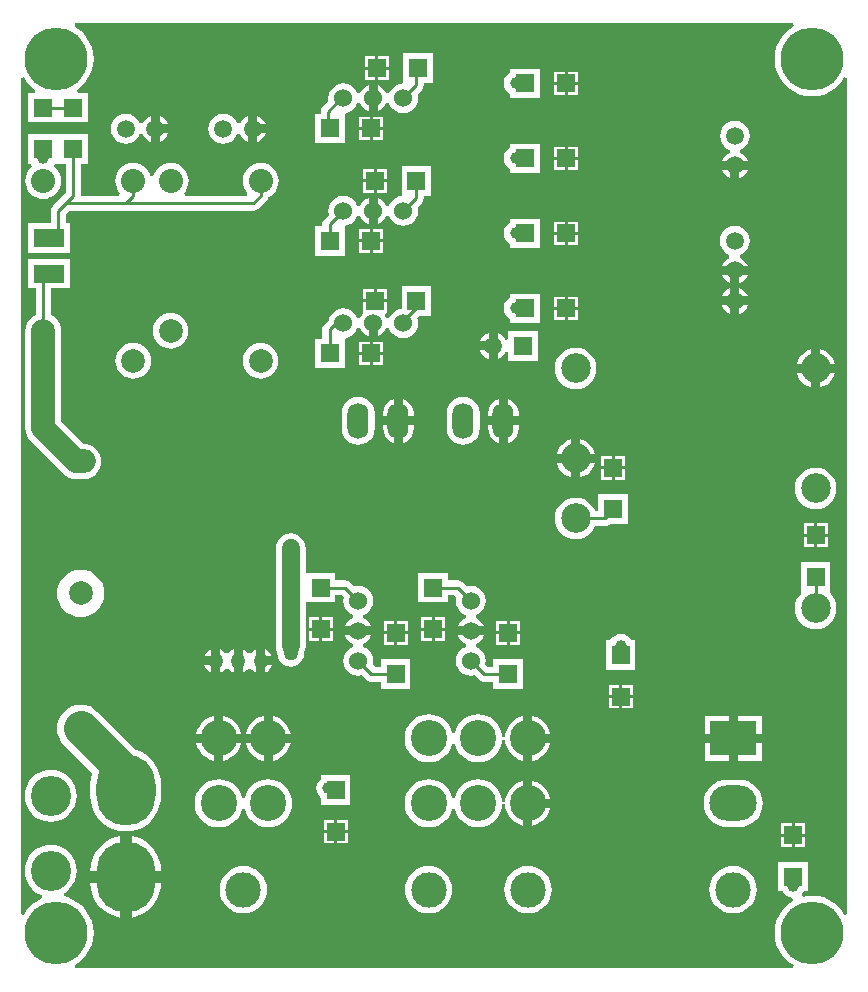
<source format=gbl>
G04 Layer_Physical_Order=2*
G04 Layer_Color=16711680*
%FSLAX25Y25*%
%MOIN*%
G70*
G01*
G75*
%ADD10R,0.05906X0.05906*%
%ADD11R,0.05906X0.05906*%
%ADD16R,0.10236X0.05906*%
%ADD17C,0.05906*%
%ADD18C,0.07874*%
%ADD19C,0.00984*%
%ADD21C,0.11811*%
%ADD23C,0.11811*%
%ADD24O,0.15748X0.11811*%
%ADD25R,0.15748X0.11811*%
%ADD26C,0.05906*%
%ADD27C,0.12000*%
%ADD28O,0.19685X0.23622*%
%ADD29C,0.13386*%
%ADD30O,0.07000X0.12000*%
%ADD31O,0.09843X0.07874*%
%ADD32C,0.07874*%
%ADD33C,0.08000*%
%ADD34C,0.06000*%
%ADD35C,0.09843*%
%ADD36C,0.20945*%
%ADD37C,0.05000*%
%ADD38C,0.03937*%
G36*
X257637Y313976D02*
X256444Y313246D01*
X254955Y311974D01*
X253683Y310485D01*
X252660Y308815D01*
X251911Y307006D01*
X251454Y305102D01*
X251300Y303150D01*
X251454Y301197D01*
X251911Y299293D01*
X252660Y297484D01*
X253683Y295814D01*
X254955Y294325D01*
X256444Y293054D01*
X258114Y292030D01*
X259923Y291281D01*
X261827Y290824D01*
X263779Y290670D01*
X265732Y290824D01*
X267636Y291281D01*
X269445Y292030D01*
X271115Y293054D01*
X272604Y294325D01*
X273876Y295814D01*
X274606Y297007D01*
X275590Y296729D01*
Y114173D01*
Y18231D01*
X274606Y17954D01*
X273876Y19146D01*
X272604Y20635D01*
X271115Y21907D01*
X269445Y22930D01*
X267636Y23680D01*
X265732Y24137D01*
X263779Y24290D01*
X261827Y24137D01*
X260910Y23917D01*
X260515Y24425D01*
X260395Y24805D01*
X260939Y25515D01*
X261011Y25689D01*
X262421D01*
Y35531D01*
X252579D01*
Y25689D01*
X253989D01*
X254061Y25515D01*
X254692Y24692D01*
X255515Y24061D01*
X256472Y23664D01*
X257259Y23561D01*
X257529Y22805D01*
X257538Y22577D01*
X256444Y21907D01*
X254955Y20635D01*
X253683Y19146D01*
X252660Y17477D01*
X251911Y15667D01*
X251454Y13763D01*
X251300Y11811D01*
X251454Y9859D01*
X251911Y7955D01*
X252660Y6146D01*
X253683Y4476D01*
X254955Y2987D01*
X256444Y1715D01*
X257637Y984D01*
X257359Y0D01*
X18231D01*
X17954Y984D01*
X19146Y1715D01*
X20635Y2987D01*
X21907Y4476D01*
X22930Y6146D01*
X23680Y7955D01*
X24137Y9859D01*
X24290Y11811D01*
X24137Y13763D01*
X23680Y15667D01*
X22930Y17477D01*
X21907Y19146D01*
X20635Y20635D01*
X19146Y21907D01*
X17477Y22930D01*
X15667Y23680D01*
X14489Y23963D01*
X14355Y25007D01*
X14835Y25264D01*
X16154Y26346D01*
X17236Y27665D01*
X18041Y29169D01*
X18536Y30802D01*
X18703Y32500D01*
X18536Y34198D01*
X18041Y35831D01*
X17236Y37335D01*
X16154Y38654D01*
X14835Y39737D01*
X13331Y40541D01*
X11698Y41036D01*
X10000Y41203D01*
X8302Y41036D01*
X6669Y40541D01*
X5165Y39737D01*
X3846Y38654D01*
X2763Y37335D01*
X1959Y35831D01*
X1464Y34198D01*
X1297Y32500D01*
X1464Y30802D01*
X1959Y29169D01*
X2763Y27665D01*
X3846Y26346D01*
X5165Y25264D01*
X6669Y24459D01*
X7013Y24355D01*
X7064Y23311D01*
X6146Y22930D01*
X4476Y21907D01*
X2987Y20635D01*
X1715Y19146D01*
X984Y17954D01*
X0Y18231D01*
Y188976D01*
Y296729D01*
X984Y297007D01*
X1715Y295814D01*
X2987Y294325D01*
X4476Y293054D01*
X4897Y292795D01*
X4620Y291811D01*
X2579D01*
Y281968D01*
X12421D01*
Y281968D01*
X12579D01*
Y281968D01*
X22421D01*
Y291811D01*
X19002D01*
X18725Y292795D01*
X19146Y293054D01*
X20635Y294325D01*
X21907Y295814D01*
X22930Y297484D01*
X23680Y299293D01*
X24137Y301197D01*
X24290Y303150D01*
X24137Y305102D01*
X23680Y307006D01*
X22930Y308815D01*
X21907Y310485D01*
X20635Y311974D01*
X19146Y313246D01*
X17954Y313976D01*
X18231Y314961D01*
X257359D01*
X257637Y313976D01*
D02*
G37*
%LPC*%
G36*
X122610Y304019D02*
X119157D01*
Y300566D01*
X122610D01*
Y304019D01*
D02*
G37*
G36*
X118157D02*
X114704D01*
Y300566D01*
X118157D01*
Y304019D01*
D02*
G37*
G36*
X122610Y299566D02*
X119157D01*
Y296114D01*
X122610D01*
Y299566D01*
D02*
G37*
G36*
X118157D02*
X114704D01*
Y296114D01*
X118157D01*
Y299566D01*
D02*
G37*
G36*
X185843Y298953D02*
X182390D01*
Y295500D01*
X185843D01*
Y298953D01*
D02*
G37*
G36*
X181390D02*
X177937D01*
Y295500D01*
X181390D01*
Y298953D01*
D02*
G37*
G36*
X137358Y304988D02*
X127515D01*
Y295957D01*
X127502Y295142D01*
X126634Y294897D01*
X126203Y294841D01*
X124994Y294340D01*
X123956Y293544D01*
X123160Y292506D01*
X122820Y291684D01*
X121754D01*
X121496Y292307D01*
X120763Y293263D01*
X119807Y293996D01*
X118976Y294340D01*
Y290000D01*
Y285660D01*
X119807Y286004D01*
X120763Y286737D01*
X121496Y287693D01*
X121754Y288316D01*
X122820D01*
X123160Y287494D01*
X123956Y286456D01*
X124994Y285660D01*
X126203Y285159D01*
X127500Y284989D01*
X128797Y285159D01*
X130006Y285660D01*
X131044Y286456D01*
X131840Y287494D01*
X132341Y288703D01*
X132511Y290000D01*
X132341Y291293D01*
X133664Y292616D01*
X134208Y293430D01*
X134399Y294390D01*
Y295145D01*
X137358D01*
Y304988D01*
D02*
G37*
G36*
X185843Y294500D02*
X182390D01*
Y291047D01*
X185843D01*
Y294500D01*
D02*
G37*
G36*
X181390D02*
X177937D01*
Y291047D01*
X181390D01*
Y294500D01*
D02*
G37*
G36*
X173031Y299921D02*
X163189D01*
Y298511D01*
X163014Y298439D01*
X162192Y297808D01*
X161561Y296986D01*
X161164Y296028D01*
X161029Y295000D01*
X161164Y293972D01*
X161561Y293015D01*
X162192Y292192D01*
X163014Y291561D01*
X163189Y291489D01*
Y290079D01*
X173031D01*
Y299921D01*
D02*
G37*
G36*
X107500Y295011D02*
X106203Y294841D01*
X104994Y294340D01*
X103956Y293544D01*
X103160Y292506D01*
X102659Y291297D01*
X102489Y290000D01*
X102588Y289246D01*
X100726Y287384D01*
X100182Y286570D01*
X99991Y285610D01*
Y284921D01*
X98189D01*
Y275079D01*
X108031D01*
Y284190D01*
X108031Y284921D01*
X108797Y285159D01*
X110006Y285660D01*
X111044Y286456D01*
X111840Y287494D01*
X112180Y288316D01*
X113246D01*
X113504Y287693D01*
X114237Y286737D01*
X115193Y286004D01*
X116024Y285660D01*
Y290000D01*
Y294340D01*
X115193Y293996D01*
X114237Y293263D01*
X113504Y292307D01*
X113246Y291684D01*
X112180D01*
X111840Y292506D01*
X111044Y293544D01*
X110006Y294340D01*
X108797Y294841D01*
X107500Y295011D01*
D02*
G37*
G36*
X78819Y284189D02*
Y281376D01*
X81632D01*
X81297Y282183D01*
X80572Y283129D01*
X79626Y283855D01*
X78819Y284189D01*
D02*
G37*
G36*
X46319D02*
Y281376D01*
X49132D01*
X48797Y282183D01*
X48072Y283129D01*
X47126Y283855D01*
X46319Y284189D01*
D02*
G37*
G36*
X120843Y283953D02*
X117390D01*
Y280500D01*
X120843D01*
Y283953D01*
D02*
G37*
G36*
X116390D02*
X112937D01*
Y280500D01*
X116390D01*
Y283953D01*
D02*
G37*
G36*
X120843Y279500D02*
X117390D01*
Y276047D01*
X120843D01*
Y279500D01*
D02*
G37*
G36*
X116390D02*
X112937D01*
Y276047D01*
X116390D01*
Y279500D01*
D02*
G37*
G36*
X81632Y278424D02*
X78819D01*
Y275611D01*
X79626Y275945D01*
X80572Y276671D01*
X81297Y277617D01*
X81632Y278424D01*
D02*
G37*
G36*
X67500Y284864D02*
X66215Y284695D01*
X65018Y284199D01*
X63990Y283410D01*
X63201Y282382D01*
X62705Y281185D01*
X62536Y279900D01*
X62705Y278615D01*
X63201Y277418D01*
X63990Y276390D01*
X65018Y275601D01*
X66215Y275105D01*
X67500Y274936D01*
X68785Y275105D01*
X69982Y275601D01*
X71010Y276390D01*
X71799Y277418D01*
X72102Y278150D01*
X73167D01*
X73388Y277617D01*
X74113Y276671D01*
X75059Y275945D01*
X75866Y275611D01*
Y279900D01*
Y284189D01*
X75059Y283855D01*
X74113Y283129D01*
X73388Y282183D01*
X73167Y281650D01*
X72102D01*
X71799Y282382D01*
X71010Y283410D01*
X69982Y284199D01*
X68785Y284695D01*
X67500Y284864D01*
D02*
G37*
G36*
X49132Y278424D02*
X46319D01*
Y275611D01*
X47126Y275945D01*
X48072Y276671D01*
X48797Y277617D01*
X49132Y278424D01*
D02*
G37*
G36*
X35000Y284864D02*
X33715Y284695D01*
X32518Y284199D01*
X31490Y283410D01*
X30701Y282382D01*
X30205Y281185D01*
X30036Y279900D01*
X30205Y278615D01*
X30701Y277418D01*
X31490Y276390D01*
X32518Y275601D01*
X33715Y275105D01*
X35000Y274936D01*
X36285Y275105D01*
X37482Y275601D01*
X38510Y276390D01*
X39299Y277418D01*
X39602Y278150D01*
X40667D01*
X40888Y277617D01*
X41613Y276671D01*
X42559Y275945D01*
X43366Y275611D01*
Y279900D01*
Y284189D01*
X42559Y283855D01*
X41613Y283129D01*
X40888Y282183D01*
X40667Y281650D01*
X39602D01*
X39299Y282382D01*
X38510Y283410D01*
X37482Y284199D01*
X36285Y284695D01*
X35000Y284864D01*
D02*
G37*
G36*
X185843Y273953D02*
X182390D01*
Y270500D01*
X185843D01*
Y273953D01*
D02*
G37*
G36*
X181390D02*
X177937D01*
Y270500D01*
X181390D01*
Y273953D01*
D02*
G37*
G36*
X238071Y282464D02*
X236786Y282295D01*
X235589Y281799D01*
X234561Y281010D01*
X233772Y279982D01*
X233276Y278785D01*
X233107Y277500D01*
X233276Y276215D01*
X233772Y275018D01*
X234561Y273990D01*
X235589Y273201D01*
X236320Y272898D01*
Y271833D01*
X235788Y271612D01*
X234842Y270887D01*
X234116Y269941D01*
X233782Y269134D01*
X238071D01*
X242360D01*
X242026Y269941D01*
X241300Y270887D01*
X240354Y271612D01*
X239821Y271833D01*
Y272898D01*
X240553Y273201D01*
X241581Y273990D01*
X242370Y275018D01*
X242865Y276215D01*
X243035Y277500D01*
X242865Y278785D01*
X242370Y279982D01*
X241581Y281010D01*
X240553Y281799D01*
X239356Y282295D01*
X238071Y282464D01*
D02*
G37*
G36*
X185843Y269500D02*
X182390D01*
Y266047D01*
X185843D01*
Y269500D01*
D02*
G37*
G36*
X181390D02*
X177937D01*
Y266047D01*
X181390D01*
Y269500D01*
D02*
G37*
G36*
X173031Y274921D02*
X163189D01*
Y273511D01*
X163014Y273439D01*
X162192Y272808D01*
X161561Y271986D01*
X161164Y271028D01*
X161029Y270000D01*
X161164Y268972D01*
X161561Y268015D01*
X162192Y267192D01*
X163014Y266561D01*
X163189Y266489D01*
Y265079D01*
X173031D01*
Y274921D01*
D02*
G37*
G36*
X242360Y266181D02*
X239547D01*
Y263368D01*
X240354Y263703D01*
X241300Y264428D01*
X242026Y265374D01*
X242360Y266181D01*
D02*
G37*
G36*
X236595D02*
X233782D01*
X234116Y265374D01*
X234842Y264428D01*
X235788Y263703D01*
X236595Y263368D01*
Y266181D01*
D02*
G37*
G36*
X122063Y266453D02*
X118610D01*
Y263000D01*
X122063D01*
Y266453D01*
D02*
G37*
G36*
X117610D02*
X114157D01*
Y263000D01*
X117610D01*
Y266453D01*
D02*
G37*
G36*
X122063Y262000D02*
X118610D01*
Y258547D01*
X122063D01*
Y262000D01*
D02*
G37*
G36*
X117610D02*
X114157D01*
Y258547D01*
X117610D01*
Y262000D01*
D02*
G37*
G36*
X136811Y267421D02*
X126969D01*
Y258310D01*
X126969Y257579D01*
X126203Y257341D01*
X124994Y256840D01*
X123956Y256044D01*
X123160Y255006D01*
X122820Y254184D01*
X121754D01*
X121496Y254807D01*
X120763Y255763D01*
X119807Y256496D01*
X118976Y256840D01*
Y252500D01*
Y248160D01*
X119807Y248504D01*
X120763Y249237D01*
X121496Y250193D01*
X121754Y250816D01*
X122820D01*
X123160Y249994D01*
X123956Y248956D01*
X124994Y248160D01*
X126203Y247659D01*
X127500Y247489D01*
X128797Y247659D01*
X130006Y248160D01*
X131044Y248956D01*
X131840Y249994D01*
X132341Y251203D01*
X132511Y252500D01*
X132341Y253793D01*
X133664Y255116D01*
X134208Y255930D01*
X134399Y256890D01*
Y257579D01*
X136811D01*
Y267421D01*
D02*
G37*
G36*
X107500Y257511D02*
X106203Y257341D01*
X104994Y256840D01*
X103956Y256044D01*
X103160Y255006D01*
X102659Y253797D01*
X102489Y252500D01*
X102659Y251207D01*
X101336Y249884D01*
X100792Y249070D01*
X100601Y248110D01*
Y247421D01*
X98189D01*
Y237579D01*
X108031D01*
Y246690D01*
X108031Y247421D01*
X108797Y247659D01*
X110006Y248160D01*
X111044Y248956D01*
X111840Y249994D01*
X112180Y250816D01*
X113246D01*
X113504Y250193D01*
X114237Y249237D01*
X115193Y248504D01*
X116024Y248160D01*
Y252500D01*
Y256840D01*
X115193Y256496D01*
X114237Y255763D01*
X113504Y254807D01*
X113246Y254184D01*
X112180D01*
X111840Y255006D01*
X111044Y256044D01*
X110006Y256840D01*
X108797Y257341D01*
X107500Y257511D01*
D02*
G37*
G36*
X185843Y248953D02*
X182390D01*
Y245500D01*
X185843D01*
Y248953D01*
D02*
G37*
G36*
X181390D02*
X177937D01*
Y245500D01*
X181390D01*
Y248953D01*
D02*
G37*
G36*
X120843Y246453D02*
X117390D01*
Y243000D01*
X120843D01*
Y246453D01*
D02*
G37*
G36*
X116390D02*
X112937D01*
Y243000D01*
X116390D01*
Y246453D01*
D02*
G37*
G36*
X185843Y244500D02*
X182390D01*
Y241047D01*
X185843D01*
Y244500D01*
D02*
G37*
G36*
X181390D02*
X177937D01*
Y241047D01*
X181390D01*
Y244500D01*
D02*
G37*
G36*
X173031Y249921D02*
X163189D01*
Y248511D01*
X163014Y248439D01*
X162192Y247808D01*
X161561Y246986D01*
X161164Y246028D01*
X161029Y245000D01*
X161164Y243972D01*
X161561Y243015D01*
X162192Y242192D01*
X163014Y241561D01*
X163189Y241489D01*
Y240079D01*
X173031D01*
Y249921D01*
D02*
G37*
G36*
X120843Y242000D02*
X117390D01*
Y238547D01*
X120843D01*
Y242000D01*
D02*
G37*
G36*
X116390D02*
X112937D01*
Y238547D01*
X116390D01*
Y242000D01*
D02*
G37*
G36*
X12579Y278031D02*
X11594Y278031D01*
X2579D01*
Y268189D01*
X3472D01*
X3824Y267205D01*
X3259Y266741D01*
X2513Y265832D01*
X1959Y264795D01*
X1618Y263670D01*
X1503Y262500D01*
X1618Y261330D01*
X1959Y260205D01*
X2513Y259168D01*
X3259Y258259D01*
X4168Y257513D01*
X5205Y256959D01*
X6330Y256618D01*
X7500Y256503D01*
X8670Y256618D01*
X9795Y256959D01*
X10832Y257513D01*
X11741Y258259D01*
X12487Y259168D01*
X13041Y260205D01*
X13382Y261330D01*
X13497Y262500D01*
X13382Y263670D01*
X13041Y264795D01*
X12487Y265832D01*
X11741Y266741D01*
X11175Y267205D01*
X11528Y268189D01*
X12421Y268189D01*
X13406Y268189D01*
X14991D01*
Y258539D01*
X13226Y256774D01*
X10726Y254274D01*
X10182Y253460D01*
X9991Y252500D01*
Y248327D01*
X2413D01*
Y238484D01*
X16587D01*
Y248327D01*
X15009D01*
Y251461D01*
X16039Y252491D01*
X77500D01*
X78460Y252682D01*
X79274Y253226D01*
X81774Y255726D01*
X82318Y256540D01*
X82414Y257023D01*
X83332Y257513D01*
X84241Y258259D01*
X84987Y259168D01*
X85541Y260205D01*
X85882Y261330D01*
X85997Y262500D01*
X85882Y263670D01*
X85541Y264795D01*
X84987Y265832D01*
X84241Y266741D01*
X83332Y267487D01*
X82295Y268041D01*
X81170Y268382D01*
X80000Y268497D01*
X78830Y268382D01*
X77705Y268041D01*
X76668Y267487D01*
X75759Y266741D01*
X75013Y265832D01*
X74459Y264795D01*
X74118Y263670D01*
X74003Y262500D01*
X74118Y261330D01*
X74459Y260205D01*
X75013Y259168D01*
X75567Y258493D01*
X75305Y257718D01*
X75129Y257509D01*
X54871D01*
X54695Y257718D01*
X54433Y258493D01*
X54987Y259168D01*
X55541Y260205D01*
X55882Y261330D01*
X55997Y262500D01*
X55882Y263670D01*
X55541Y264795D01*
X54987Y265832D01*
X54241Y266741D01*
X53332Y267487D01*
X52295Y268041D01*
X51170Y268382D01*
X50000Y268497D01*
X48830Y268382D01*
X47705Y268041D01*
X46668Y267487D01*
X45759Y266741D01*
X45013Y265832D01*
X44459Y264795D01*
X44264Y264153D01*
X43236D01*
X43041Y264795D01*
X42487Y265832D01*
X41741Y266741D01*
X40832Y267487D01*
X39795Y268041D01*
X38670Y268382D01*
X37500Y268497D01*
X36330Y268382D01*
X35205Y268041D01*
X34168Y267487D01*
X33259Y266741D01*
X32513Y265832D01*
X31959Y264795D01*
X31618Y263670D01*
X31503Y262500D01*
X31618Y261330D01*
X31959Y260205D01*
X32513Y259168D01*
X33067Y258493D01*
X32805Y257718D01*
X32629Y257509D01*
X20009D01*
Y268189D01*
X22421D01*
Y278031D01*
X13406D01*
X12579Y278031D01*
D02*
G37*
G36*
X238000Y247464D02*
X236715Y247295D01*
X235518Y246799D01*
X234490Y246010D01*
X233701Y244982D01*
X233205Y243785D01*
X233036Y242500D01*
X233205Y241215D01*
X233701Y240018D01*
X234490Y238990D01*
X235518Y238201D01*
X236249Y237898D01*
Y236833D01*
X235717Y236612D01*
X234771Y235887D01*
X234045Y234941D01*
X233711Y234134D01*
X238000D01*
X242289D01*
X241955Y234941D01*
X241229Y235887D01*
X240283Y236612D01*
X239751Y236833D01*
Y237898D01*
X240482Y238201D01*
X241510Y238990D01*
X242299Y240018D01*
X242795Y241215D01*
X242964Y242500D01*
X242795Y243785D01*
X242299Y244982D01*
X241510Y246010D01*
X240482Y246799D01*
X239285Y247295D01*
X238000Y247464D01*
D02*
G37*
G36*
X242289Y231181D02*
X239476D01*
Y228368D01*
X240283Y228703D01*
X241229Y229428D01*
X241955Y230374D01*
X242289Y231181D01*
D02*
G37*
G36*
X236524D02*
X233711D01*
X234045Y230374D01*
X234771Y229428D01*
X235717Y228703D01*
X236524Y228368D01*
Y231181D01*
D02*
G37*
G36*
X239476Y226789D02*
Y223976D01*
X242289D01*
X241955Y224783D01*
X241229Y225729D01*
X240283Y226455D01*
X239476Y226789D01*
D02*
G37*
G36*
X236524Y226789D02*
X235717Y226455D01*
X234771Y225729D01*
X234045Y224783D01*
X233711Y223976D01*
X236524D01*
Y226789D01*
D02*
G37*
G36*
X122063Y226453D02*
X118610D01*
Y223000D01*
X122063D01*
Y226453D01*
D02*
G37*
G36*
X117610D02*
X114157D01*
Y223000D01*
X117610D01*
Y226453D01*
D02*
G37*
G36*
X185843Y223953D02*
X182390D01*
Y220500D01*
X185843D01*
Y223953D01*
D02*
G37*
G36*
X181390D02*
X177937D01*
Y220500D01*
X181390D01*
Y223953D01*
D02*
G37*
G36*
X242289Y221024D02*
X239476D01*
Y218211D01*
X240283Y218545D01*
X241229Y219271D01*
X241955Y220217D01*
X242289Y221024D01*
D02*
G37*
G36*
X236524D02*
X233711D01*
X234045Y220217D01*
X234771Y219271D01*
X235717Y218545D01*
X236524Y218211D01*
Y221024D01*
D02*
G37*
G36*
X136811Y227421D02*
X126969D01*
Y219941D01*
X126203Y219841D01*
X124994Y219340D01*
X123956Y218544D01*
X123160Y217506D01*
X122820Y216684D01*
X121754D01*
X121496Y217307D01*
X121300Y217563D01*
X121785Y218547D01*
X122063D01*
Y222000D01*
X114157D01*
Y218547D01*
X114157Y218547D01*
X113811Y217707D01*
X113504Y217307D01*
X113246Y216684D01*
X112180D01*
X111840Y217506D01*
X111044Y218544D01*
X110006Y219340D01*
X108797Y219841D01*
X107500Y220011D01*
X106203Y219841D01*
X104994Y219340D01*
X103956Y218544D01*
X103160Y217506D01*
X102659Y216297D01*
X102646Y216194D01*
X101336Y214884D01*
X100792Y214070D01*
X100601Y213110D01*
Y209921D01*
X98189D01*
Y200079D01*
X108031D01*
Y209190D01*
X108031Y209921D01*
X108797Y210159D01*
X110006Y210660D01*
X111044Y211456D01*
X111840Y212494D01*
X112180Y213316D01*
X113246D01*
X113504Y212693D01*
X114237Y211737D01*
X115193Y211004D01*
X116024Y210660D01*
Y215000D01*
X118976D01*
Y210660D01*
X119807Y211004D01*
X120763Y211737D01*
X121496Y212693D01*
X121754Y213316D01*
X122820D01*
X123160Y212494D01*
X123956Y211456D01*
X124994Y210660D01*
X126203Y210159D01*
X127500Y209989D01*
X128797Y210159D01*
X130006Y210660D01*
X131044Y211456D01*
X131840Y212494D01*
X132341Y213703D01*
X132511Y215000D01*
X132341Y216297D01*
X132163Y216725D01*
X133017Y217579D01*
X136811D01*
Y227421D01*
D02*
G37*
G36*
X185843Y219500D02*
X182390D01*
Y216047D01*
X185843D01*
Y219500D01*
D02*
G37*
G36*
X181390D02*
X177937D01*
Y216047D01*
X181390D01*
Y219500D01*
D02*
G37*
G36*
X173031Y224921D02*
X163189D01*
Y223511D01*
X163014Y223439D01*
X162192Y222808D01*
X161561Y221986D01*
X161164Y221028D01*
X161029Y220000D01*
X161164Y218972D01*
X161561Y218015D01*
X162192Y217192D01*
X163014Y216561D01*
X163189Y216489D01*
Y215079D01*
X173031D01*
Y224921D01*
D02*
G37*
G36*
X172421Y212421D02*
X162579D01*
Y209642D01*
X161594Y209446D01*
X161455Y209783D01*
X160729Y210729D01*
X159783Y211455D01*
X158976Y211789D01*
Y207500D01*
Y203211D01*
X159783Y203545D01*
X160729Y204271D01*
X161455Y205217D01*
X161594Y205554D01*
X162579Y205358D01*
Y202579D01*
X172421D01*
Y212421D01*
D02*
G37*
G36*
X156024Y211789D02*
X155217Y211455D01*
X154271Y210729D01*
X153545Y209783D01*
X153211Y208976D01*
X156024D01*
Y211789D01*
D02*
G37*
G36*
X50000Y218434D02*
X48842Y218320D01*
X47729Y217982D01*
X46703Y217434D01*
X45804Y216696D01*
X45066Y215797D01*
X44518Y214771D01*
X44180Y213658D01*
X44066Y212500D01*
X44180Y211342D01*
X44518Y210229D01*
X45066Y209203D01*
X45804Y208304D01*
X46703Y207566D01*
X47729Y207018D01*
X48842Y206680D01*
X50000Y206566D01*
X51158Y206680D01*
X52271Y207018D01*
X53297Y207566D01*
X54196Y208304D01*
X54934Y209203D01*
X55482Y210229D01*
X55820Y211342D01*
X55934Y212500D01*
X55820Y213658D01*
X55482Y214771D01*
X54934Y215797D01*
X54196Y216696D01*
X53297Y217434D01*
X52271Y217982D01*
X51158Y218320D01*
X50000Y218434D01*
D02*
G37*
G36*
X120843Y208953D02*
X117390D01*
Y205500D01*
X120843D01*
Y208953D01*
D02*
G37*
G36*
X116390D02*
X112937D01*
Y205500D01*
X116390D01*
Y208953D01*
D02*
G37*
G36*
X156024Y206024D02*
X153211D01*
X153545Y205217D01*
X154271Y204271D01*
X155217Y203545D01*
X156024Y203211D01*
Y206024D01*
D02*
G37*
G36*
X266476Y206341D02*
Y201476D01*
X271340D01*
X271031Y202498D01*
X270427Y203626D01*
X269616Y204616D01*
X268626Y205427D01*
X267498Y206031D01*
X266476Y206341D01*
D02*
G37*
G36*
X263524Y206341D02*
X262502Y206031D01*
X261373Y205427D01*
X260384Y204616D01*
X259573Y203626D01*
X258969Y202498D01*
X258660Y201476D01*
X263524D01*
Y206341D01*
D02*
G37*
G36*
X120843Y204500D02*
X117390D01*
Y201047D01*
X120843D01*
Y204500D01*
D02*
G37*
G36*
X116390D02*
X112937D01*
Y201047D01*
X116390D01*
Y204500D01*
D02*
G37*
G36*
X80000Y208434D02*
X78842Y208320D01*
X77729Y207982D01*
X76703Y207434D01*
X75804Y206696D01*
X75066Y205797D01*
X74518Y204771D01*
X74180Y203658D01*
X74066Y202500D01*
X74180Y201342D01*
X74518Y200229D01*
X75066Y199203D01*
X75804Y198304D01*
X76703Y197566D01*
X77729Y197018D01*
X78842Y196680D01*
X80000Y196566D01*
X81158Y196680D01*
X82271Y197018D01*
X83297Y197566D01*
X84196Y198304D01*
X84934Y199203D01*
X85482Y200229D01*
X85820Y201342D01*
X85934Y202500D01*
X85820Y203658D01*
X85482Y204771D01*
X84934Y205797D01*
X84196Y206696D01*
X83297Y207434D01*
X82271Y207982D01*
X81158Y208320D01*
X80000Y208434D01*
D02*
G37*
G36*
X37500D02*
X36342Y208320D01*
X35229Y207982D01*
X34203Y207434D01*
X33304Y206696D01*
X32566Y205797D01*
X32018Y204771D01*
X31680Y203658D01*
X31566Y202500D01*
X31680Y201342D01*
X32018Y200229D01*
X32566Y199203D01*
X33304Y198304D01*
X34203Y197566D01*
X35229Y197018D01*
X36342Y196680D01*
X37500Y196566D01*
X38658Y196680D01*
X39771Y197018D01*
X40797Y197566D01*
X41696Y198304D01*
X42434Y199203D01*
X42982Y200229D01*
X43320Y201342D01*
X43434Y202500D01*
X43320Y203658D01*
X42982Y204771D01*
X42434Y205797D01*
X41696Y206696D01*
X40797Y207434D01*
X39771Y207982D01*
X38658Y208320D01*
X37500Y208434D01*
D02*
G37*
G36*
X271340Y198524D02*
X266476D01*
Y193659D01*
X267498Y193969D01*
X268626Y194573D01*
X269616Y195384D01*
X270427Y196373D01*
X271031Y197502D01*
X271340Y198524D01*
D02*
G37*
G36*
X263524D02*
X258660D01*
X258969Y197502D01*
X259573Y196373D01*
X260384Y195384D01*
X261373Y194573D01*
X262502Y193969D01*
X263524Y193659D01*
Y198524D01*
D02*
G37*
G36*
X185000Y206923D02*
X183649Y206790D01*
X182351Y206396D01*
X181154Y205756D01*
X180105Y204895D01*
X179244Y203846D01*
X178604Y202649D01*
X178210Y201351D01*
X178077Y200000D01*
X178210Y198649D01*
X178604Y197351D01*
X179244Y196154D01*
X180105Y195105D01*
X181154Y194244D01*
X182351Y193604D01*
X183649Y193210D01*
X185000Y193077D01*
X186351Y193210D01*
X187649Y193604D01*
X188846Y194244D01*
X189895Y195105D01*
X190756Y196154D01*
X191396Y197351D01*
X191790Y198649D01*
X191923Y200000D01*
X191790Y201351D01*
X191396Y202649D01*
X190756Y203846D01*
X189895Y204895D01*
X188846Y205756D01*
X187649Y206396D01*
X186351Y206790D01*
X185000Y206923D01*
D02*
G37*
G36*
X162362Y189881D02*
Y183976D01*
X166004D01*
Y185000D01*
X165830Y186325D01*
X165319Y187559D01*
X164505Y188619D01*
X163445Y189433D01*
X162362Y189881D01*
D02*
G37*
G36*
X159409D02*
X158326Y189433D01*
X157266Y188619D01*
X156453Y187559D01*
X155942Y186325D01*
X155767Y185000D01*
Y183976D01*
X159409D01*
Y189881D01*
D02*
G37*
G36*
X127362D02*
Y183976D01*
X131004D01*
Y185000D01*
X130830Y186325D01*
X130319Y187559D01*
X129505Y188619D01*
X128445Y189433D01*
X127362Y189881D01*
D02*
G37*
G36*
X124409D02*
X123327Y189433D01*
X122266Y188619D01*
X121453Y187559D01*
X120942Y186325D01*
X120767Y185000D01*
Y183976D01*
X124409D01*
Y189881D01*
D02*
G37*
G36*
X166004Y181024D02*
X162362D01*
Y175119D01*
X163445Y175567D01*
X164505Y176381D01*
X165319Y177441D01*
X165830Y178675D01*
X166004Y180000D01*
Y181024D01*
D02*
G37*
G36*
X159409D02*
X155767D01*
Y180000D01*
X155942Y178675D01*
X156453Y177441D01*
X157266Y176381D01*
X158326Y175567D01*
X159409Y175119D01*
Y181024D01*
D02*
G37*
G36*
X131004D02*
X127362D01*
Y175119D01*
X128445Y175567D01*
X129505Y176381D01*
X130319Y177441D01*
X130830Y178675D01*
X131004Y180000D01*
Y181024D01*
D02*
G37*
G36*
X124409D02*
X120767D01*
Y180000D01*
X120942Y178675D01*
X121453Y177441D01*
X122266Y176381D01*
X123327Y175567D01*
X124409Y175119D01*
Y181024D01*
D02*
G37*
G36*
X147500Y190516D02*
X146072Y190328D01*
X144742Y189777D01*
X143600Y188900D01*
X142723Y187758D01*
X142172Y186428D01*
X141984Y185000D01*
Y180000D01*
X142172Y178572D01*
X142723Y177242D01*
X143600Y176100D01*
X144742Y175223D01*
X146072Y174672D01*
X147500Y174484D01*
X148928Y174672D01*
X150258Y175223D01*
X151400Y176100D01*
X152277Y177242D01*
X152828Y178572D01*
X153016Y180000D01*
Y185000D01*
X152828Y186428D01*
X152277Y187758D01*
X151400Y188900D01*
X150258Y189777D01*
X148928Y190328D01*
X147500Y190516D01*
D02*
G37*
G36*
X112500D02*
X111072Y190328D01*
X109742Y189777D01*
X108600Y188900D01*
X107723Y187758D01*
X107172Y186428D01*
X106984Y185000D01*
Y180000D01*
X107172Y178572D01*
X107723Y177242D01*
X108600Y176100D01*
X109742Y175223D01*
X111072Y174672D01*
X112500Y174484D01*
X113928Y174672D01*
X115258Y175223D01*
X116400Y176100D01*
X117277Y177242D01*
X117828Y178572D01*
X118016Y180000D01*
Y185000D01*
X117828Y186428D01*
X117277Y187758D01*
X116400Y188900D01*
X115258Y189777D01*
X113928Y190328D01*
X112500Y190516D01*
D02*
G37*
G36*
X186476Y176340D02*
Y171476D01*
X191340D01*
X191031Y172498D01*
X190427Y173626D01*
X189616Y174616D01*
X188627Y175427D01*
X187498Y176031D01*
X186476Y176340D01*
D02*
G37*
G36*
X183524Y176340D02*
X182502Y176031D01*
X181374Y175427D01*
X180384Y174616D01*
X179573Y173626D01*
X178969Y172498D01*
X178659Y171476D01*
X183524D01*
Y176340D01*
D02*
G37*
G36*
X201453Y170843D02*
X198000D01*
Y167390D01*
X201453D01*
Y170843D01*
D02*
G37*
G36*
X197000D02*
X193547D01*
Y167390D01*
X197000D01*
Y170843D01*
D02*
G37*
G36*
X191340Y168524D02*
X186476D01*
Y163660D01*
X187498Y163969D01*
X188627Y164573D01*
X189616Y165384D01*
X190427Y166374D01*
X191031Y167502D01*
X191340Y168524D01*
D02*
G37*
G36*
X183524D02*
X178659D01*
X178969Y167502D01*
X179573Y166374D01*
X180384Y165384D01*
X181374Y164573D01*
X182502Y163969D01*
X183524Y163660D01*
Y168524D01*
D02*
G37*
G36*
X16587Y236516D02*
X2413D01*
Y226673D01*
X4991D01*
Y217855D01*
X4203Y217434D01*
X3304Y216696D01*
X2566Y215797D01*
X2018Y214771D01*
X1680Y213658D01*
X1566Y212500D01*
Y180000D01*
X1680Y178842D01*
X2018Y177729D01*
X2566Y176703D01*
X3304Y175804D01*
X14328Y164780D01*
X15227Y164042D01*
X16253Y163494D01*
X17366Y163156D01*
X18524Y163042D01*
X20984D01*
X22142Y163156D01*
X23255Y163494D01*
X24281Y164042D01*
X25180Y164780D01*
X25918Y165680D01*
X26467Y166706D01*
X26804Y167819D01*
X26918Y168976D01*
X26804Y170134D01*
X26467Y171247D01*
X25918Y172273D01*
X25180Y173172D01*
X24281Y173910D01*
X23255Y174459D01*
X22142Y174796D01*
X20984Y174910D01*
X20982D01*
X13434Y182458D01*
Y212500D01*
X13320Y213658D01*
X12982Y214771D01*
X12434Y215797D01*
X11696Y216696D01*
X10797Y217434D01*
X10009Y217855D01*
Y226673D01*
X16587D01*
Y236516D01*
D02*
G37*
G36*
X201453Y166390D02*
X198000D01*
Y162937D01*
X201453D01*
Y166390D01*
D02*
G37*
G36*
X197000D02*
X193547D01*
Y162937D01*
X197000D01*
Y166390D01*
D02*
G37*
G36*
X265000Y166923D02*
X263649Y166790D01*
X262351Y166396D01*
X261154Y165756D01*
X260105Y164895D01*
X259244Y163846D01*
X258604Y162649D01*
X258210Y161351D01*
X258077Y160000D01*
X258210Y158649D01*
X258604Y157351D01*
X259244Y156154D01*
X260105Y155105D01*
X261154Y154244D01*
X262351Y153604D01*
X263649Y153210D01*
X265000Y153077D01*
X266351Y153210D01*
X267649Y153604D01*
X268846Y154244D01*
X269895Y155105D01*
X270756Y156154D01*
X271396Y157351D01*
X271790Y158649D01*
X271923Y160000D01*
X271790Y161351D01*
X271396Y162649D01*
X270756Y163846D01*
X269895Y164895D01*
X268846Y165756D01*
X267649Y166396D01*
X266351Y166790D01*
X265000Y166923D01*
D02*
G37*
G36*
X202421Y158031D02*
X192579D01*
Y153551D01*
X192491Y153110D01*
Y152509D01*
X191439D01*
X191396Y152649D01*
X190756Y153846D01*
X189895Y154895D01*
X188846Y155756D01*
X187649Y156396D01*
X186351Y156790D01*
X185000Y156923D01*
X183649Y156790D01*
X182351Y156396D01*
X181154Y155756D01*
X180105Y154895D01*
X179244Y153846D01*
X178604Y152649D01*
X178210Y151351D01*
X178077Y150000D01*
X178210Y148649D01*
X178604Y147351D01*
X179244Y146154D01*
X180105Y145105D01*
X181154Y144244D01*
X182351Y143604D01*
X183649Y143210D01*
X185000Y143077D01*
X186351Y143210D01*
X187649Y143604D01*
X188846Y144244D01*
X189895Y145105D01*
X190756Y146154D01*
X191396Y147351D01*
X191439Y147491D01*
X195000D01*
X195960Y147682D01*
X196719Y148189D01*
X202421D01*
Y158031D01*
D02*
G37*
G36*
X268953Y148343D02*
X265500D01*
Y144890D01*
X268953D01*
Y148343D01*
D02*
G37*
G36*
X264500D02*
X261047D01*
Y144890D01*
X264500D01*
Y148343D01*
D02*
G37*
G36*
X268953Y143890D02*
X265500D01*
Y140437D01*
X268953D01*
Y143890D01*
D02*
G37*
G36*
X264500D02*
X261047D01*
Y140437D01*
X264500D01*
Y143890D01*
D02*
G37*
G36*
X20000Y132912D02*
X18456Y132760D01*
X16972Y132310D01*
X15604Y131579D01*
X14405Y130595D01*
X13421Y129396D01*
X12690Y128028D01*
X12240Y126544D01*
X12088Y125000D01*
X12240Y123456D01*
X12690Y121972D01*
X13421Y120604D01*
X14405Y119405D01*
X15604Y118421D01*
X16972Y117690D01*
X18456Y117240D01*
X20000Y117088D01*
X21544Y117240D01*
X23028Y117690D01*
X24396Y118421D01*
X25595Y119405D01*
X26579Y120604D01*
X27310Y121972D01*
X27760Y123456D01*
X27912Y125000D01*
X27760Y126544D01*
X27310Y128028D01*
X26579Y129396D01*
X25595Y130595D01*
X24396Y131579D01*
X23028Y132310D01*
X21544Y132760D01*
X20000Y132912D01*
D02*
G37*
G36*
X142421Y131811D02*
X132579D01*
Y121968D01*
X142421D01*
Y124381D01*
X144448D01*
X145138Y123631D01*
X144989Y122500D01*
X145159Y121203D01*
X145660Y119994D01*
X146456Y118956D01*
X147494Y118160D01*
X148316Y117820D01*
Y116754D01*
X147693Y116496D01*
X146737Y115763D01*
X146004Y114807D01*
X145660Y113976D01*
X150000D01*
X154340D01*
X153996Y114807D01*
X153263Y115763D01*
X152307Y116496D01*
X151684Y116754D01*
Y117820D01*
X152506Y118160D01*
X153544Y118956D01*
X154340Y119994D01*
X154841Y121203D01*
X155011Y122500D01*
X154841Y123797D01*
X154340Y125006D01*
X153544Y126044D01*
X152506Y126840D01*
X151297Y127341D01*
X150000Y127511D01*
X148707Y127341D01*
X147384Y128664D01*
X146570Y129208D01*
X145610Y129399D01*
X142421D01*
Y131811D01*
D02*
G37*
G36*
X90000Y144964D02*
X88715Y144795D01*
X87518Y144299D01*
X86490Y143510D01*
X85701Y142482D01*
X85205Y141285D01*
X85036Y140000D01*
Y107500D01*
X85205Y106215D01*
X85545Y105395D01*
X85493Y105000D01*
X85646Y103833D01*
X86097Y102746D01*
X86813Y101813D01*
X87747Y101097D01*
X88833Y100646D01*
X90000Y100493D01*
X91167Y100646D01*
X92254Y101097D01*
X93187Y101813D01*
X93903Y102746D01*
X94353Y103833D01*
X94507Y105000D01*
X94455Y105395D01*
X94795Y106215D01*
X94964Y107500D01*
Y121032D01*
X95079Y121968D01*
X95948Y121968D01*
X104921D01*
Y124381D01*
X106948D01*
X107638Y123631D01*
X107489Y122500D01*
X107659Y121203D01*
X108160Y119994D01*
X108956Y118956D01*
X109994Y118160D01*
X110816Y117820D01*
Y116754D01*
X110193Y116496D01*
X109237Y115763D01*
X108504Y114807D01*
X108160Y113976D01*
X112500D01*
X116840D01*
X116496Y114807D01*
X115763Y115763D01*
X114807Y116496D01*
X114184Y116754D01*
Y117820D01*
X115006Y118160D01*
X116044Y118956D01*
X116840Y119994D01*
X117341Y121203D01*
X117511Y122500D01*
X117341Y123797D01*
X116840Y125006D01*
X116044Y126044D01*
X115006Y126840D01*
X113797Y127341D01*
X112500Y127511D01*
X111207Y127341D01*
X109884Y128664D01*
X109070Y129208D01*
X108110Y129399D01*
X104921D01*
Y131811D01*
X95948D01*
X95079Y131811D01*
X94964Y132748D01*
Y140000D01*
X94795Y141285D01*
X94299Y142482D01*
X93510Y143510D01*
X92482Y144299D01*
X91285Y144795D01*
X90000Y144964D01*
D02*
G37*
G36*
X141453Y117063D02*
X138000D01*
Y113610D01*
X141453D01*
Y117063D01*
D02*
G37*
G36*
X103953D02*
X100500D01*
Y113610D01*
X103953D01*
Y117063D01*
D02*
G37*
G36*
X137000D02*
X133547D01*
Y113610D01*
X137000D01*
Y117063D01*
D02*
G37*
G36*
X99500D02*
X96047D01*
Y113610D01*
X99500D01*
Y117063D01*
D02*
G37*
G36*
X269921Y135531D02*
X260079D01*
Y125689D01*
X260079Y125689D01*
X259981Y124745D01*
X259244Y123846D01*
X258604Y122649D01*
X258210Y121351D01*
X258077Y120000D01*
X258210Y118649D01*
X258604Y117351D01*
X259244Y116154D01*
X260105Y115105D01*
X261154Y114244D01*
X262351Y113604D01*
X263649Y113210D01*
X265000Y113077D01*
X266351Y113210D01*
X267649Y113604D01*
X268846Y114244D01*
X269895Y115105D01*
X270756Y116154D01*
X271396Y117351D01*
X271790Y118649D01*
X271923Y120000D01*
X271790Y121351D01*
X271396Y122649D01*
X270756Y123846D01*
X270019Y124745D01*
X269921Y125689D01*
X269921Y125689D01*
X269921Y125689D01*
Y135531D01*
D02*
G37*
G36*
X166453Y115842D02*
X163000D01*
Y112390D01*
X166453D01*
Y115842D01*
D02*
G37*
G36*
X128953D02*
X125500D01*
Y112390D01*
X128953D01*
Y115842D01*
D02*
G37*
G36*
X162000D02*
X158547D01*
Y112390D01*
X162000D01*
Y115842D01*
D02*
G37*
G36*
X124500D02*
X121047D01*
Y112390D01*
X124500D01*
Y115842D01*
D02*
G37*
G36*
X141453Y112610D02*
X138000D01*
Y109158D01*
X141453D01*
Y112610D01*
D02*
G37*
G36*
X137000D02*
X133547D01*
Y109158D01*
X137000D01*
Y112610D01*
D02*
G37*
G36*
X103953D02*
X100500D01*
Y109158D01*
X103953D01*
Y112610D01*
D02*
G37*
G36*
X99500D02*
X96047D01*
Y109158D01*
X99500D01*
Y112610D01*
D02*
G37*
G36*
X166453Y111390D02*
X163000D01*
Y107937D01*
X166453D01*
Y111390D01*
D02*
G37*
G36*
X162000D02*
X158547D01*
Y107937D01*
X162000D01*
Y111390D01*
D02*
G37*
G36*
X128953D02*
X125500D01*
Y107937D01*
X128953D01*
Y111390D01*
D02*
G37*
G36*
X124500D02*
X121047D01*
Y107937D01*
X124500D01*
Y111390D01*
D02*
G37*
G36*
X78524Y106299D02*
X77945Y106059D01*
X77094Y105406D01*
X76856Y105096D01*
X75644D01*
X75406Y105406D01*
X74555Y106059D01*
X73976Y106299D01*
Y102500D01*
Y98701D01*
X74555Y98941D01*
X75406Y99594D01*
X75644Y99904D01*
X76856D01*
X77094Y99594D01*
X77945Y98941D01*
X78524Y98701D01*
Y102500D01*
Y106299D01*
D02*
G37*
G36*
X71024D02*
X70445Y106059D01*
X69594Y105406D01*
X69356Y105096D01*
X68144D01*
X67906Y105406D01*
X67055Y106059D01*
X66476Y106299D01*
Y102500D01*
Y98701D01*
X67055Y98941D01*
X67906Y99594D01*
X68144Y99904D01*
X69356D01*
X69594Y99594D01*
X70445Y98941D01*
X71024Y98701D01*
Y102500D01*
Y106299D01*
D02*
G37*
G36*
X81476D02*
Y103976D01*
X83799D01*
X83559Y104555D01*
X82906Y105406D01*
X82055Y106059D01*
X81476Y106299D01*
D02*
G37*
G36*
X63524D02*
X62945Y106059D01*
X62094Y105406D01*
X61441Y104555D01*
X61201Y103976D01*
X63524D01*
Y106299D01*
D02*
G37*
G36*
X200000Y111471D02*
X198972Y111336D01*
X198014Y110939D01*
X197192Y110308D01*
X196561Y109485D01*
X196489Y109311D01*
X195079D01*
Y99468D01*
X204921D01*
Y109311D01*
X203511D01*
X203439Y109485D01*
X202808Y110308D01*
X201986Y110939D01*
X201028Y111336D01*
X200000Y111471D01*
D02*
G37*
G36*
X83799Y101024D02*
X81476D01*
Y98701D01*
X82055Y98941D01*
X82906Y99594D01*
X83559Y100445D01*
X83799Y101024D01*
D02*
G37*
G36*
X63524D02*
X61201D01*
X61441Y100445D01*
X62094Y99594D01*
X62945Y98941D01*
X63524Y98701D01*
Y101024D01*
D02*
G37*
G36*
X154340Y111024D02*
X150000D01*
X145660D01*
X146004Y110193D01*
X146737Y109237D01*
X147693Y108504D01*
X148316Y108246D01*
Y107180D01*
X147494Y106840D01*
X146456Y106044D01*
X145660Y105006D01*
X145159Y103797D01*
X144989Y102500D01*
X145159Y101203D01*
X145660Y99994D01*
X146456Y98956D01*
X147494Y98160D01*
X148703Y97659D01*
X150000Y97489D01*
X151293Y97659D01*
X152616Y96336D01*
X153430Y95792D01*
X154390Y95601D01*
X157579D01*
Y93189D01*
X167421D01*
Y103032D01*
X157579D01*
Y100619D01*
X155552D01*
X154862Y101369D01*
X155011Y102500D01*
X154841Y103797D01*
X154340Y105006D01*
X153544Y106044D01*
X152506Y106840D01*
X151684Y107180D01*
Y108246D01*
X152307Y108504D01*
X153263Y109237D01*
X153996Y110193D01*
X154340Y111024D01*
D02*
G37*
G36*
X116840D02*
X112500D01*
X108160D01*
X108504Y110193D01*
X109237Y109237D01*
X110193Y108504D01*
X110816Y108246D01*
Y107180D01*
X109994Y106840D01*
X108956Y106044D01*
X108160Y105006D01*
X107659Y103797D01*
X107489Y102500D01*
X107659Y101203D01*
X108160Y99994D01*
X108956Y98956D01*
X109994Y98160D01*
X111203Y97659D01*
X112500Y97489D01*
X113793Y97659D01*
X115116Y96336D01*
X115930Y95792D01*
X116890Y95601D01*
X120079D01*
Y93189D01*
X129921D01*
Y103032D01*
X120079D01*
Y100619D01*
X118052D01*
X117362Y101369D01*
X117511Y102500D01*
X117341Y103797D01*
X116840Y105006D01*
X116044Y106044D01*
X115006Y106840D01*
X114184Y107180D01*
Y108246D01*
X114807Y108504D01*
X115763Y109237D01*
X116496Y110193D01*
X116840Y111024D01*
D02*
G37*
G36*
X203953Y94563D02*
X200500D01*
Y91110D01*
X203953D01*
Y94563D01*
D02*
G37*
G36*
X199500D02*
X196047D01*
Y91110D01*
X199500D01*
Y94563D01*
D02*
G37*
G36*
X203953Y90110D02*
X200500D01*
Y86658D01*
X203953D01*
Y90110D01*
D02*
G37*
G36*
X199500D02*
X196047D01*
Y86658D01*
X199500D01*
Y90110D01*
D02*
G37*
G36*
X152500Y84661D02*
X150938Y84507D01*
X149436Y84051D01*
X148052Y83311D01*
X146838Y82315D01*
X145842Y81102D01*
X145102Y79718D01*
X144747Y78544D01*
X143718D01*
X143362Y79718D01*
X142622Y81102D01*
X141626Y82315D01*
X140413Y83311D01*
X139029Y84051D01*
X137527Y84507D01*
X135965Y84661D01*
X134403Y84507D01*
X132900Y84051D01*
X131516Y83311D01*
X130303Y82315D01*
X129307Y81102D01*
X128567Y79718D01*
X128111Y78216D01*
X127957Y76653D01*
X128111Y75091D01*
X128567Y73589D01*
X129307Y72205D01*
X130303Y70992D01*
X131516Y69996D01*
X132900Y69256D01*
X134403Y68800D01*
X135965Y68647D01*
X137527Y68800D01*
X139029Y69256D01*
X140413Y69996D01*
X141626Y70992D01*
X142622Y72205D01*
X143362Y73589D01*
X143718Y74763D01*
X144747D01*
X145102Y73589D01*
X145842Y72205D01*
X146838Y70992D01*
X148052Y69996D01*
X149436Y69256D01*
X150938Y68800D01*
X152500Y68647D01*
X154062Y68800D01*
X155564Y69256D01*
X156948Y69996D01*
X158162Y70992D01*
X159158Y72205D01*
X159898Y73589D01*
X160353Y75091D01*
X160447Y76045D01*
X160471Y76288D01*
X161460D01*
X161484Y76045D01*
X161570Y75169D01*
X162003Y73741D01*
X162707Y72425D01*
X163653Y71271D01*
X164807Y70325D01*
X166123Y69621D01*
X167551Y69188D01*
X167559Y69187D01*
Y76653D01*
Y84120D01*
X167551Y84119D01*
X166123Y83686D01*
X164807Y82982D01*
X163653Y82036D01*
X162707Y80882D01*
X162003Y79566D01*
X161570Y78139D01*
X161484Y77262D01*
X161460Y77020D01*
X160471D01*
X160447Y77262D01*
X160353Y78216D01*
X159898Y79718D01*
X159158Y81102D01*
X158162Y82315D01*
X156948Y83311D01*
X155564Y84051D01*
X154062Y84507D01*
X152500Y84661D01*
D02*
G37*
G36*
X246949Y84134D02*
X238976D01*
Y78130D01*
X246949D01*
Y84134D01*
D02*
G37*
G36*
X236024D02*
X228051D01*
Y78130D01*
X236024D01*
Y84134D01*
D02*
G37*
G36*
X170512Y84120D02*
Y78130D01*
X176502D01*
X176501Y78139D01*
X176067Y79566D01*
X175364Y80882D01*
X174418Y82036D01*
X173264Y82982D01*
X171948Y83686D01*
X170520Y84119D01*
X170512Y84120D01*
D02*
G37*
G36*
X83976D02*
Y78130D01*
X89966D01*
X89965Y78139D01*
X89532Y79566D01*
X88829Y80882D01*
X87882Y82036D01*
X86729Y82982D01*
X85413Y83686D01*
X83985Y84119D01*
X83976Y84120D01*
D02*
G37*
G36*
X81024D02*
X81015Y84119D01*
X79587Y83686D01*
X78271Y82982D01*
X77118Y82036D01*
X76171Y80882D01*
X75468Y79566D01*
X75035Y78139D01*
X75034Y78130D01*
X81024D01*
Y84120D01*
D02*
G37*
G36*
X67441D02*
Y78130D01*
X73431D01*
X73430Y78139D01*
X72997Y79566D01*
X72293Y80882D01*
X71347Y82036D01*
X70193Y82982D01*
X68877Y83686D01*
X67449Y84119D01*
X67441Y84120D01*
D02*
G37*
G36*
X64488D02*
X64480Y84119D01*
X63052Y83686D01*
X61736Y82982D01*
X60583Y82036D01*
X59636Y80882D01*
X58933Y79566D01*
X58499Y78139D01*
X58499Y78130D01*
X64488D01*
Y84120D01*
D02*
G37*
G36*
X176502Y75177D02*
X170512D01*
Y69187D01*
X170520Y69188D01*
X171948Y69621D01*
X173264Y70325D01*
X174418Y71271D01*
X175364Y72425D01*
X176067Y73741D01*
X176501Y75169D01*
X176502Y75177D01*
D02*
G37*
G36*
X89966D02*
X83976D01*
Y69187D01*
X83985Y69188D01*
X85413Y69621D01*
X86729Y70325D01*
X87882Y71271D01*
X88829Y72425D01*
X89532Y73741D01*
X89965Y75169D01*
X89966Y75177D01*
D02*
G37*
G36*
X81024D02*
X75034D01*
X75035Y75169D01*
X75468Y73741D01*
X76171Y72425D01*
X77118Y71271D01*
X78271Y70325D01*
X79587Y69621D01*
X81015Y69188D01*
X81024Y69187D01*
Y75177D01*
D02*
G37*
G36*
X73431D02*
X67441D01*
Y69187D01*
X67449Y69188D01*
X68877Y69621D01*
X70193Y70325D01*
X71347Y71271D01*
X72293Y72425D01*
X72997Y73741D01*
X73430Y75169D01*
X73431Y75177D01*
D02*
G37*
G36*
X64488D02*
X58499D01*
X58499Y75169D01*
X58933Y73741D01*
X59636Y72425D01*
X60583Y71271D01*
X61736Y70325D01*
X63052Y69621D01*
X64480Y69188D01*
X64488Y69187D01*
Y75177D01*
D02*
G37*
G36*
X246949Y75177D02*
X238976D01*
Y69173D01*
X246949D01*
Y75177D01*
D02*
G37*
G36*
X236024D02*
X228051D01*
Y69173D01*
X236024D01*
Y75177D01*
D02*
G37*
G36*
X152500Y63007D02*
X150938Y62853D01*
X149436Y62398D01*
X148052Y61658D01*
X146838Y60662D01*
X145842Y59448D01*
X145102Y58064D01*
X144747Y56891D01*
X143718D01*
X143362Y58064D01*
X142622Y59448D01*
X141626Y60662D01*
X140413Y61658D01*
X139029Y62398D01*
X137527Y62853D01*
X135965Y63007D01*
X134403Y62853D01*
X132900Y62398D01*
X131516Y61658D01*
X130303Y60662D01*
X129307Y59448D01*
X128567Y58064D01*
X128111Y56562D01*
X127957Y55000D01*
X128111Y53438D01*
X128567Y51936D01*
X129307Y50551D01*
X130303Y49338D01*
X131516Y48342D01*
X132900Y47602D01*
X134403Y47147D01*
X135965Y46993D01*
X137527Y47147D01*
X139029Y47602D01*
X140413Y48342D01*
X141626Y49338D01*
X142622Y50551D01*
X143362Y51936D01*
X143718Y53109D01*
X144747D01*
X145102Y51936D01*
X145842Y50551D01*
X146838Y49338D01*
X148052Y48342D01*
X149436Y47602D01*
X150938Y47147D01*
X152500Y46993D01*
X154062Y47147D01*
X155564Y47602D01*
X156948Y48342D01*
X158162Y49338D01*
X159158Y50551D01*
X159898Y51936D01*
X160353Y53438D01*
X160447Y54392D01*
X160471Y54634D01*
X161460D01*
X161484Y54392D01*
X161570Y53515D01*
X162003Y52087D01*
X162707Y50771D01*
X163653Y49618D01*
X164807Y48671D01*
X166123Y47968D01*
X167551Y47535D01*
X167559Y47534D01*
Y55000D01*
Y62466D01*
X167551Y62465D01*
X166123Y62032D01*
X164807Y61329D01*
X163653Y60382D01*
X162707Y59229D01*
X162003Y57913D01*
X161570Y56485D01*
X161484Y55608D01*
X161460Y55366D01*
X160471D01*
X160447Y55608D01*
X160353Y56562D01*
X159898Y58064D01*
X159158Y59448D01*
X158162Y60662D01*
X156948Y61658D01*
X155564Y62398D01*
X154062Y62853D01*
X152500Y63007D01*
D02*
G37*
G36*
X82500D02*
X80938Y62853D01*
X79436Y62398D01*
X78052Y61658D01*
X76838Y60662D01*
X75842Y59448D01*
X75102Y58064D01*
X74747Y56891D01*
X73718D01*
X73362Y58064D01*
X72622Y59448D01*
X71626Y60662D01*
X70413Y61658D01*
X69029Y62398D01*
X67527Y62853D01*
X65965Y63007D01*
X64403Y62853D01*
X62900Y62398D01*
X61516Y61658D01*
X60303Y60662D01*
X59307Y59448D01*
X58567Y58064D01*
X58111Y56562D01*
X57958Y55000D01*
X58111Y53438D01*
X58567Y51936D01*
X59307Y50551D01*
X60303Y49338D01*
X61516Y48342D01*
X62900Y47602D01*
X64403Y47147D01*
X65965Y46993D01*
X67527Y47147D01*
X69029Y47602D01*
X70413Y48342D01*
X71626Y49338D01*
X72622Y50551D01*
X73362Y51936D01*
X73718Y53109D01*
X74747D01*
X75102Y51936D01*
X75842Y50551D01*
X76838Y49338D01*
X78052Y48342D01*
X79436Y47602D01*
X80938Y47147D01*
X82500Y46993D01*
X84062Y47147D01*
X85564Y47602D01*
X86949Y48342D01*
X88162Y49338D01*
X89158Y50551D01*
X89898Y51936D01*
X90353Y53438D01*
X90507Y55000D01*
X90353Y56562D01*
X89898Y58064D01*
X89158Y59448D01*
X88162Y60662D01*
X86949Y61658D01*
X85564Y62398D01*
X84062Y62853D01*
X82500Y63007D01*
D02*
G37*
G36*
X170512Y62466D02*
Y56476D01*
X176502D01*
X176501Y56485D01*
X176067Y57913D01*
X175364Y59229D01*
X174418Y60382D01*
X173264Y61329D01*
X171948Y62032D01*
X170520Y62465D01*
X170512Y62466D01*
D02*
G37*
G36*
X109921Y64311D02*
X100079D01*
Y63105D01*
X99692Y62808D01*
X99061Y61985D01*
X98664Y61028D01*
X98529Y60000D01*
X98664Y58972D01*
X99061Y58015D01*
X99692Y57192D01*
X100079Y56895D01*
Y54469D01*
X109921D01*
Y64311D01*
D02*
G37*
G36*
X10000Y66203D02*
X8302Y66036D01*
X6669Y65541D01*
X5165Y64736D01*
X3846Y63654D01*
X2763Y62335D01*
X1959Y60831D01*
X1464Y59198D01*
X1297Y57500D01*
X1464Y55802D01*
X1959Y54169D01*
X2763Y52665D01*
X3846Y51346D01*
X5165Y50264D01*
X6669Y49459D01*
X8302Y48964D01*
X10000Y48797D01*
X11698Y48964D01*
X13331Y49459D01*
X14835Y50264D01*
X16154Y51346D01*
X17236Y52665D01*
X18041Y54169D01*
X18536Y55802D01*
X18703Y57500D01*
X18536Y59198D01*
X18041Y60831D01*
X17236Y62335D01*
X16154Y63654D01*
X14835Y64736D01*
X13331Y65541D01*
X11698Y66036D01*
X10000Y66203D01*
D02*
G37*
G36*
X176502Y53524D02*
X170512D01*
Y47534D01*
X170520Y47535D01*
X171948Y47968D01*
X173264Y48671D01*
X174418Y49618D01*
X175364Y50771D01*
X176067Y52087D01*
X176501Y53515D01*
X176502Y53524D01*
D02*
G37*
G36*
X239469Y62912D02*
X235531D01*
X233988Y62760D01*
X232504Y62310D01*
X231136Y61579D01*
X229937Y60595D01*
X228953Y59396D01*
X228222Y58028D01*
X227771Y56544D01*
X227619Y55000D01*
X227771Y53456D01*
X228222Y51972D01*
X228953Y50604D01*
X229937Y49405D01*
X231136Y48421D01*
X232504Y47690D01*
X233988Y47240D01*
X235531Y47088D01*
X239469D01*
X241012Y47240D01*
X242496Y47690D01*
X243864Y48421D01*
X245063Y49405D01*
X246047Y50604D01*
X246778Y51972D01*
X247229Y53456D01*
X247381Y55000D01*
X247229Y56544D01*
X246778Y58028D01*
X246047Y59396D01*
X245063Y60595D01*
X243864Y61579D01*
X242496Y62310D01*
X241012Y62760D01*
X239469Y62912D01*
D02*
G37*
G36*
X108953Y49563D02*
X105500D01*
Y46110D01*
X108953D01*
Y49563D01*
D02*
G37*
G36*
X104500D02*
X101047D01*
Y46110D01*
X104500D01*
Y49563D01*
D02*
G37*
G36*
X20000Y87912D02*
X18456Y87760D01*
X16972Y87310D01*
X15604Y86579D01*
X14405Y85595D01*
X13421Y84396D01*
X12690Y83028D01*
X12240Y81544D01*
X12088Y80000D01*
X12240Y78456D01*
X12690Y76972D01*
X13421Y75604D01*
X14405Y74405D01*
X23729Y65082D01*
X23298Y63290D01*
X23153Y61437D01*
Y57500D01*
X23298Y55647D01*
X23732Y53839D01*
X24444Y52121D01*
X25415Y50536D01*
X26623Y49123D01*
X28036Y47915D01*
X29621Y46944D01*
X31339Y46232D01*
X33147Y45798D01*
X35000Y45652D01*
X36853Y45798D01*
X38661Y46232D01*
X40379Y46944D01*
X41964Y47915D01*
X43378Y49123D01*
X44585Y50536D01*
X45556Y52121D01*
X46268Y53839D01*
X46702Y55647D01*
X46848Y57500D01*
Y61437D01*
X46702Y63290D01*
X46268Y65098D01*
X45556Y66816D01*
X44585Y68401D01*
X43378Y69814D01*
X41964Y71022D01*
X40379Y71993D01*
X38661Y72705D01*
X38429Y72760D01*
X25595Y85595D01*
X24396Y86579D01*
X23028Y87310D01*
X21544Y87760D01*
X20000Y87912D01*
D02*
G37*
G36*
X261453Y48342D02*
X258000D01*
Y44890D01*
X261453D01*
Y48342D01*
D02*
G37*
G36*
X257000D02*
X253547D01*
Y44890D01*
X257000D01*
Y48342D01*
D02*
G37*
G36*
X108953Y45110D02*
X105500D01*
Y41658D01*
X108953D01*
Y45110D01*
D02*
G37*
G36*
X104500D02*
X101047D01*
Y41658D01*
X104500D01*
Y45110D01*
D02*
G37*
G36*
X261453Y43890D02*
X258000D01*
Y40437D01*
X261453D01*
Y43890D01*
D02*
G37*
G36*
X257000D02*
X253547D01*
Y40437D01*
X257000D01*
Y43890D01*
D02*
G37*
G36*
X36968Y44174D02*
Y32500D01*
X46848D01*
Y32500D01*
X46702Y34353D01*
X46268Y36161D01*
X45556Y37879D01*
X44585Y39464D01*
X43378Y40878D01*
X41964Y42085D01*
X40379Y43056D01*
X38661Y43768D01*
X36968Y44174D01*
D02*
G37*
G36*
X33031Y44174D02*
X31339Y43768D01*
X29621Y43056D01*
X28036Y42085D01*
X26623Y40878D01*
X25415Y39464D01*
X24444Y37879D01*
X23732Y36161D01*
X23298Y34353D01*
X23153Y32500D01*
Y32500D01*
X33031D01*
Y44174D01*
D02*
G37*
G36*
X237500Y34172D02*
X235956Y34020D01*
X234472Y33570D01*
X233104Y32838D01*
X231905Y31855D01*
X230921Y30656D01*
X230190Y29288D01*
X229740Y27803D01*
X229588Y26260D01*
X229740Y24716D01*
X230190Y23232D01*
X230921Y21864D01*
X231905Y20665D01*
X233104Y19681D01*
X234472Y18950D01*
X235956Y18500D01*
X237500Y18348D01*
X239044Y18500D01*
X240528Y18950D01*
X241896Y19681D01*
X243095Y20665D01*
X244079Y21864D01*
X244810Y23232D01*
X245260Y24716D01*
X245412Y26260D01*
X245260Y27803D01*
X244810Y29288D01*
X244079Y30656D01*
X243095Y31855D01*
X241896Y32838D01*
X240528Y33570D01*
X239044Y34020D01*
X237500Y34172D01*
D02*
G37*
G36*
X169035D02*
X167492Y34020D01*
X166008Y33570D01*
X164640Y32838D01*
X163441Y31855D01*
X162457Y30656D01*
X161726Y29288D01*
X161275Y27803D01*
X161123Y26260D01*
X161275Y24716D01*
X161726Y23232D01*
X162457Y21864D01*
X163441Y20665D01*
X164640Y19681D01*
X166008Y18950D01*
X167492Y18500D01*
X169035Y18348D01*
X170579Y18500D01*
X172063Y18950D01*
X173431Y19681D01*
X174630Y20665D01*
X175614Y21864D01*
X176345Y23232D01*
X176795Y24716D01*
X176948Y26260D01*
X176795Y27803D01*
X176345Y29288D01*
X175614Y30656D01*
X174630Y31855D01*
X173431Y32838D01*
X172063Y33570D01*
X170579Y34020D01*
X169035Y34172D01*
D02*
G37*
G36*
X135965D02*
X134421Y34020D01*
X132937Y33570D01*
X131569Y32838D01*
X130370Y31855D01*
X129386Y30656D01*
X128655Y29288D01*
X128205Y27803D01*
X128052Y26260D01*
X128205Y24716D01*
X128655Y23232D01*
X129386Y21864D01*
X130370Y20665D01*
X131569Y19681D01*
X132937Y18950D01*
X134421Y18500D01*
X135965Y18348D01*
X137508Y18500D01*
X138992Y18950D01*
X140360Y19681D01*
X141559Y20665D01*
X142543Y21864D01*
X143274Y23232D01*
X143725Y24716D01*
X143877Y26260D01*
X143725Y27803D01*
X143274Y29288D01*
X142543Y30656D01*
X141559Y31855D01*
X140360Y32838D01*
X138992Y33570D01*
X137508Y34020D01*
X135965Y34172D01*
D02*
G37*
G36*
X74232D02*
X72689Y34020D01*
X71205Y33570D01*
X69837Y32838D01*
X68638Y31855D01*
X67654Y30656D01*
X66922Y29288D01*
X66472Y27803D01*
X66320Y26260D01*
X66472Y24716D01*
X66922Y23232D01*
X67654Y21864D01*
X68638Y20665D01*
X69837Y19681D01*
X71205Y18950D01*
X72689Y18500D01*
X74232Y18348D01*
X75776Y18500D01*
X77260Y18950D01*
X78628Y19681D01*
X79827Y20665D01*
X80811Y21864D01*
X81542Y23232D01*
X81992Y24716D01*
X82144Y26260D01*
X81992Y27803D01*
X81542Y29288D01*
X80811Y30656D01*
X79827Y31855D01*
X78628Y32838D01*
X77260Y33570D01*
X75776Y34020D01*
X74232Y34172D01*
D02*
G37*
G36*
X46848Y28563D02*
X36968D01*
Y16889D01*
X38661Y17295D01*
X40379Y18007D01*
X41964Y18978D01*
X43378Y20186D01*
X44585Y21599D01*
X45556Y23184D01*
X46268Y24902D01*
X46702Y26710D01*
X46848Y28563D01*
D02*
G37*
G36*
X33031D02*
X23153D01*
X23298Y26710D01*
X23732Y24902D01*
X24444Y23184D01*
X25415Y21599D01*
X26623Y20186D01*
X28036Y18978D01*
X29621Y18007D01*
X31339Y17295D01*
X33031Y16889D01*
Y28563D01*
D02*
G37*
%LPD*%
D10*
X197500Y153110D02*
D03*
Y166890D02*
D03*
X265000Y130610D02*
D03*
Y144390D02*
D03*
X162500Y111890D02*
D03*
Y98110D02*
D03*
X137500Y113110D02*
D03*
Y126890D02*
D03*
X125000Y111890D02*
D03*
Y98110D02*
D03*
X100000Y113110D02*
D03*
Y126890D02*
D03*
X257500Y30610D02*
D03*
Y44390D02*
D03*
X200000Y90610D02*
D03*
Y104390D02*
D03*
X7500Y273110D02*
D03*
Y286890D02*
D03*
X17500D02*
D03*
Y273110D02*
D03*
X105000Y59390D02*
D03*
Y45610D02*
D03*
D11*
X103110Y242500D02*
D03*
X116890D02*
D03*
X131890Y262500D02*
D03*
X118110D02*
D03*
X103110Y280000D02*
D03*
X116890D02*
D03*
X132436Y300066D02*
D03*
X118657D02*
D03*
X103110Y205000D02*
D03*
X116890D02*
D03*
X131890Y222500D02*
D03*
X118110D02*
D03*
X168110Y245000D02*
D03*
X181890D02*
D03*
Y220000D02*
D03*
X168110D02*
D03*
X181890Y270000D02*
D03*
X168110D02*
D03*
X181890Y295000D02*
D03*
X168110D02*
D03*
X167500Y207500D02*
D03*
D16*
X9500Y243406D02*
D03*
Y231594D02*
D03*
D17*
X90000Y107500D02*
Y140000D01*
D18*
X18524Y168976D02*
X20000D01*
X7500Y180000D02*
X18524Y168976D01*
X7500Y180000D02*
Y212500D01*
D19*
X131890Y294390D02*
Y300000D01*
X127500Y290000D02*
X131890Y294390D01*
X102500Y285610D02*
X106890Y290000D01*
X102500Y282500D02*
Y285610D01*
X103110Y213110D02*
X105000Y215000D01*
X107500D01*
X80000Y257500D02*
Y262500D01*
X77500Y255000D02*
X80000Y257500D01*
X35000Y255000D02*
X77500D01*
X12500Y243406D02*
Y252500D01*
X9500Y243406D02*
X12500D01*
Y252500D02*
X15000Y255000D01*
X35000D01*
X37500Y257500D01*
Y262500D01*
X7500Y229594D02*
X9500Y231594D01*
X7500Y212500D02*
Y229594D01*
X103110Y205000D02*
Y213110D01*
Y245000D02*
Y248110D01*
X107500Y252500D01*
X265000Y120000D02*
Y130610D01*
X127500Y252500D02*
X131890Y256890D01*
Y262500D01*
X154390Y98110D02*
X162500D01*
X150000Y102500D02*
X154390Y98110D01*
X137500Y126890D02*
X145610D01*
X150000Y122500D01*
X116890Y98110D02*
X125000D01*
X112500Y102500D02*
X116890Y98110D01*
X100000Y126890D02*
X108110D01*
X112500Y122500D01*
X127195Y215305D02*
X131890Y220000D01*
X7500Y286890D02*
X17500D01*
Y257500D02*
Y273110D01*
X15000Y255000D02*
X17500Y257500D01*
X185000Y150000D02*
X195000D01*
Y153110D01*
D21*
X35000Y57500D02*
Y65000D01*
X20000Y80000D02*
X35000Y65000D01*
D23*
X237500Y26260D02*
D03*
X135965D02*
D03*
X169035D02*
D03*
X74232D02*
D03*
D24*
X237500Y55000D02*
D03*
D25*
Y76653D02*
D03*
D26*
X238071Y267657D02*
D03*
Y277500D02*
D03*
X157500Y207500D02*
D03*
X77342Y279900D02*
D03*
X67500D02*
D03*
X44842D02*
D03*
X35000D02*
D03*
X238000Y222500D02*
D03*
Y242500D02*
D03*
Y232658D02*
D03*
D27*
X152500Y76653D02*
D03*
X135965Y55000D02*
D03*
X152500D02*
D03*
X169035D02*
D03*
Y76653D02*
D03*
X135965D02*
D03*
X82500D02*
D03*
X65965Y55000D02*
D03*
X82500D02*
D03*
X65965Y76653D02*
D03*
D28*
X35000Y59469D02*
D03*
Y30531D02*
D03*
D29*
X10000Y32500D02*
D03*
Y57500D02*
D03*
D30*
X112500Y182500D02*
D03*
X125886D02*
D03*
X160886D02*
D03*
X147500D02*
D03*
D31*
X20000Y168976D02*
D03*
Y80000D02*
D03*
D32*
Y125000D02*
D03*
X7500Y212500D02*
D03*
X37500Y202500D02*
D03*
X50000Y212500D02*
D03*
X80000Y202500D02*
D03*
D33*
X37500Y262500D02*
D03*
X7500D02*
D03*
X80000D02*
D03*
X50000D02*
D03*
D34*
X127500Y252500D02*
D03*
X117500D02*
D03*
X107500D02*
D03*
X127500Y290000D02*
D03*
X117500D02*
D03*
X107500D02*
D03*
X127500Y215000D02*
D03*
X117500D02*
D03*
X107500D02*
D03*
X112500Y102500D02*
D03*
Y112500D02*
D03*
Y122500D02*
D03*
X150000Y102500D02*
D03*
Y112500D02*
D03*
Y122500D02*
D03*
D35*
X185000Y200000D02*
D03*
X265000D02*
D03*
Y160000D02*
D03*
Y120000D02*
D03*
X185000Y170000D02*
D03*
Y150000D02*
D03*
D36*
X11811Y303150D02*
D03*
Y11811D02*
D03*
X263779Y303150D02*
D03*
Y11811D02*
D03*
D37*
X90000Y140000D02*
D03*
Y132500D02*
D03*
Y105000D02*
D03*
Y112500D02*
D03*
X65000Y102500D02*
D03*
X72500D02*
D03*
X80000D02*
D03*
D38*
X7500Y270000D02*
D03*
X165000Y245000D02*
D03*
Y270000D02*
D03*
Y295000D02*
D03*
Y220000D02*
D03*
X200000Y107500D02*
D03*
X102500Y60000D02*
D03*
X257500Y27500D02*
D03*
M02*

</source>
